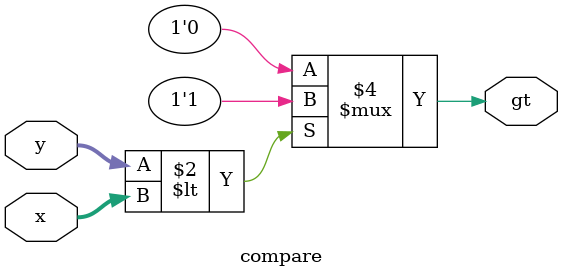
<source format=sv>
`timescale 1ns / 1ps


module compare(
    input logic [7:0] x,
    input logic [7:0] y,
    output logic gt
    );
    always_comb
    begin
    if (y < x)
     gt = 1;
    else
     gt = 0;
end
endmodule

</source>
